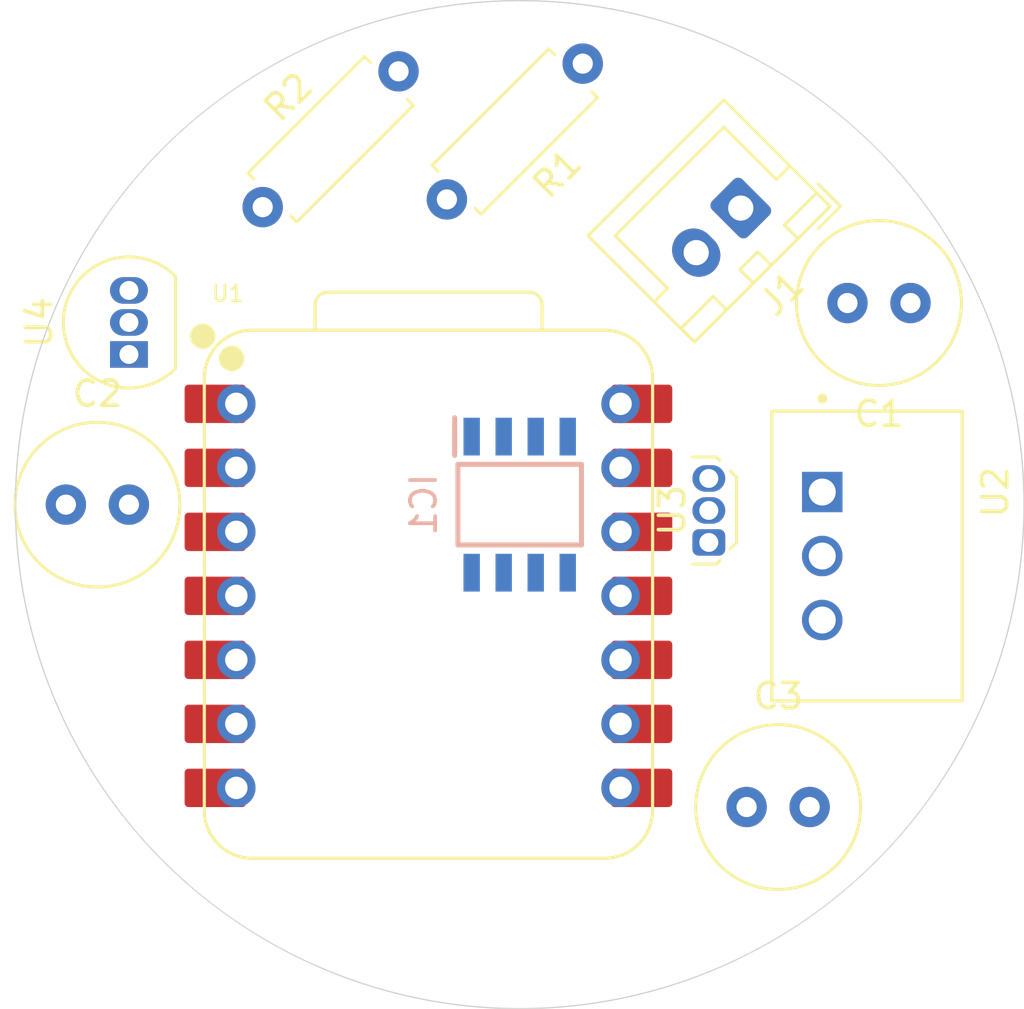
<source format=kicad_pcb>
(kicad_pcb (version 20241229) (generator "pcbnew") (generator_version "9.0")
  (layers (0 "F.Cu" signal) (2 "B.Cu" signal) (13 "F.Paste" user) (15 "B.Paste" user) (5 "F.SilkS" user "F.Silkscreen") (7 "B.SilkS" user "B.Silkscreen") (1 "F.Mask" user) (3 "B.Mask" user) (25 "Edge.Cuts" user))
  (net 0 "")
  (net 1 "+3.3V")
  (net 3 "GND")
  (net 14 "Net-(IC1-SDA)")
  (net 15 "Net-(IC1-SCL)")
  (net 18 "Net-(U1-GPIO20{slash}D9{slash}MISO)")
  (net 22 "Net-(U1-GPIO17{slash}D7{slash}RX)")
  (net 25 "VCC")
  (footprint "Custom:SS411P" (layer "F.Cu") (at 139 58.5 90)
    (property "Reference" "U3" (at 1.27 -1.45 90) (layer "F.SilkS"))
    (property "Value" "SS411P")
    (fp_line (start 3.39 -0.65) (end 3.39 0.3) (stroke (width 0.12)) (layer "F.SilkS"))
    (fp_line (start -0.86 0.3) (end -0.86 -0.65) (stroke (width 0.12)) (layer "F.SilkS"))
    (fp_line (start 3.24 0.45) (end 3.39 0.3) (stroke (width 0.12)) (layer "F.SilkS"))
    (fp_line (start -0.71 0.45) (end -0.86 0.3) (stroke (width 0.12)) (layer "F.SilkS"))
    (fp_line (start 2.59 1.1) (end 2.84 0.85) (stroke (width 0.12)) (layer "F.SilkS"))
    (fp_line (start -0.01 1.1) (end -0.26 0.85) (stroke (width 0.12)) (layer "F.SilkS"))
    (fp_line (start -0.01 1.1) (end 2.59 1.1) (stroke (width 0.12)) (layer "F.SilkS"))
    (pad "1" thru_hole roundrect (at 0 0 90) (size 1.05 1.3) (drill 0.75) (layers "*.Cu" "*.Mask") (roundrect_rratio 0.238) (net 1 "+3.3V"))
    (pad "2" thru_hole oval (at 1.27 0 90) (size 1.05 1.3) (drill 0.75) (layers "*.Cu" "*.Mask") (net 3 "GND"))
    (pad "3" thru_hole oval (at 2.54 0 90) (size 1.05 1.3) (drill 0.75) (layers "*.Cu" "*.Mask") (net 18 "Net-(U1-GPIO20{slash}D9{slash}MISO)"))
  )
  (footprint "Package_TO_SOT_THT:TO-92_Inline" (layer "F.Cu") (at 116 51.04 90)
    (property "Reference" "U4" (at 1.27 -3.56 90) (layer "F.SilkS"))
    (property "Value" "DS18B20")
    (fp_line (start -0.53 1.85) (end 3.07 1.85) (stroke (width 0.12)) (layer "F.SilkS"))
    (fp_arc (start 1.27 -2.6) (mid 3.672087 -0.994977) (end 3.108478 1.838478) (stroke (width 0.12)) (layer "F.SilkS"))
    (fp_arc (start -0.568478 1.838478) (mid -1.132087 -0.994977) (end 1.27 -2.6) (stroke (width 0.12)) (layer "F.SilkS"))
    (pad "1" thru_hole rect (at 0 0 90) (size 1.05 1.5) (drill 0.75) (layers "*.Cu" "*.Mask") (net 3 "GND"))
    (pad "2" thru_hole oval (at 1.27 0 90) (size 1.05 1.5) (drill 0.75) (layers "*.Cu" "*.Mask") (net 22 "Net-(U1-GPIO17{slash}D7{slash}RX)"))
    (pad "3" thru_hole oval (at 2.54 0 90) (size 1.05 1.5) (drill 0.75) (layers "*.Cu" "*.Mask") (net 1 "+3.3V"))
  )
  (footprint "Capacitor_THT:C_Radial_D6.3mm_H11.0mm_P2.50mm" (layer "F.Cu") (at 140.5 69)
    (property "Reference" "C3" (at 1.25 -4.4 0) (layer "F.SilkS"))
    (property "Value" "100nF")
    (fp_circle (center 1.25 0) (end 4.52 0) (stroke (width 0.12)) (fill no) (layer "F.SilkS"))
    (pad "1" thru_hole circle (at 0 0) (size 1.6 1.6) (drill 0.8) (layers "*.Cu" "*.Mask") (net 1 "+3.3V"))
    (pad "2" thru_hole circle (at 2.5 0) (size 1.6 1.6) (drill 0.8) (layers "*.Cu" "*.Mask") (net 3 "GND"))
  )
  (footprint "Resistor_THT:R_Axial_DIN0207_L6.3mm_D2.5mm_P7.62mm_Horizontal" (layer "F.Cu") (at 134 39.5 -135)
    (property "Reference" "R1" (at 3.81 -2.37 45) (layer "F.SilkS"))
    (property "Value" "5k")
    (fp_line (start 7.08 1.37) (end 7.08 1.04) (stroke (width 0.12)) (layer "F.SilkS"))
    (fp_line (start 7.08 -1.37) (end 7.08 -1.04) (stroke (width 0.12)) (layer "F.SilkS"))
    (fp_line (start 0.54 1.37) (end 7.08 1.37) (stroke (width 0.12)) (layer "F.SilkS"))
    (fp_line (start 0.54 1.04) (end 0.54 1.37) (stroke (width 0.12)) (layer "F.SilkS"))
    (fp_line (start 0.54 -1.04) (end 0.54 -1.37) (stroke (width 0.12)) (layer "F.SilkS"))
    (fp_line (start 0.54 -1.37) (end 7.08 -1.37) (stroke (width 0.12)) (layer "F.SilkS"))
    (pad "1" thru_hole circle (at 0 0 225) (size 1.6 1.6) (drill 0.8) (layers "*.Cu" "*.Mask") (net 14 "Net-(IC1-SDA)"))
    (pad "2" thru_hole circle (at 7.62 0 225) (size 1.6 1.6) (drill 0.8) (layers "*.Cu" "*.Mask") (net 1 "+3.3V"))
  )
  (footprint "Seeed Studio XIAO Series Library:XIAO-ESP32C6-DIP" (layer "F.Cu") (at 127.925 60.62)
    (property "Reference" "U1" (at -8 -12 0) (layer "F.SilkS") (effects (font (size 0.635 0.635) (thickness 0.1016))))
    (property "Value" "XIAO-ESP32-C6")
    (fp_line (start -8.935 8.509) (end -8.935 -8.636) (stroke (width 0.127)) (layer "F.SilkS"))
    (fp_line (start -7.03 10.414) (end 6.94 10.414) (stroke (width 0.127)) (layer "F.SilkS"))
    (fp_line (start -4.54 -10.541) (end -4.536272 -11.551272) (stroke (width 0.127)) (layer "F.SilkS"))
    (fp_line (start -4.036272 -12.051) (end 3.959 -12.051) (stroke (width 0.127)) (layer "F.SilkS"))
    (fp_line (start 4.459 -11.551) (end 4.459 -10.541) (stroke (width 0.127)) (layer "F.SilkS"))
    (fp_line (start 6.94 -10.541) (end -7.03 -10.541) (stroke (width 0.1)) (layer "F.SilkS"))
    (fp_line (start 6.94 -10.541) (end -7.03 -10.541) (stroke (width 0.127)) (layer "F.SilkS"))
    (fp_line (start 8.845 8.509) (end 8.845 -8.636) (stroke (width 0.127)) (layer "F.SilkS"))
    (fp_arc (start -8.935 -8.636) (mid -8.377038 -9.983038) (end -7.03 -10.541) (stroke (width 0.127)) (layer "F.SilkS"))
    (fp_arc (start -7.03 10.414) (mid -8.377038 9.856038) (end -8.935 8.509) (stroke (width 0.127)) (layer "F.SilkS"))
    (fp_arc (start -4.536272 -11.551272) (mid -4.389728 -11.90464) (end -4.036272 -12.051) (stroke (width 0.127)) (layer "F.SilkS"))
    (fp_arc (start 3.959 -12.051) (mid 4.312553 -11.904553) (end 4.459 -11.551) (stroke (width 0.127)) (layer "F.SilkS"))
    (fp_arc (start 6.94 -10.541) (mid 8.287038 -9.983038) (end 8.845 -8.636) (stroke (width 0.127)) (layer "F.SilkS"))
    (fp_arc (start 8.845 8.509) (mid 8.287038 9.856038) (end 6.94 10.414) (stroke (width 0.127)) (layer "F.SilkS"))
    (fp_circle (center -8.995 -10.3) (end -8.995 -10.554) (stroke (width 0.5)) (fill yes) (layer "F.SilkS"))
    (fp_circle (center -7.852 -9.42) (end -7.852 -9.674) (stroke (width 0.5)) (fill yes) (layer "F.SilkS"))
    (pad "1" smd roundrect (at -8.5 -7.62 180) (size 2.432 1.524) (layers "F.Cu" "F.Mask") (roundrect_rratio 0.1))
    (pad "1" thru_hole circle (at -7.665 -7.62 180) (size 1.524 1.524) (drill 0.889) (layers "*.Cu" "*.Mask"))
    (pad "2" smd roundrect (at -8.5 -5.08 180) (size 2.432 1.524) (layers "F.Cu" "F.Mask") (roundrect_rratio 0.1))
    (pad "2" thru_hole circle (at -7.665 -5.08 180) (size 1.524 1.524) (drill 0.889) (layers "*.Cu" "*.Mask"))
    (pad "3" smd roundrect (at -8.5 -2.54 180) (size 2.432 1.524) (layers "F.Cu" "F.Mask") (roundrect_rratio 0.1))
    (pad "3" thru_hole circle (at -7.665 -2.54 180) (size 1.524 1.524) (drill 0.889) (layers "*.Cu" "*.Mask"))
    (pad "4" smd roundrect (at -8.5 0 180) (size 2.432 1.524) (layers "F.Cu" "F.Mask") (roundrect_rratio 0.1))
    (pad "4" thru_hole circle (at -7.665 0 180) (size 1.524 1.524) (drill 0.889) (layers "*.Cu" "*.Mask"))
    (pad "5" smd roundrect (at -8.5 2.54 180) (size 2.432 1.524) (layers "F.Cu" "F.Mask") (roundrect_rratio 0.1) (net 14 "Net-(IC1-SDA)"))
    (pad "5" thru_hole circle (at -7.665 2.54 180) (size 1.524 1.524) (drill 0.889) (layers "*.Cu" "*.Mask") (net 14 "Net-(IC1-SDA)"))
    (pad "6" smd roundrect (at -8.5 5.08 180) (size 2.432 1.524) (layers "F.Cu" "F.Mask") (roundrect_rratio 0.1) (net 15 "Net-(IC1-SCL)"))
    (pad "6" thru_hole circle (at -7.665 5.08 180) (size 1.524 1.524) (drill 0.889) (layers "*.Cu" "*.Mask") (net 15 "Net-(IC1-SCL)"))
    (pad "7" smd roundrect (at -8.5 7.62 180) (size 2.432 1.524) (layers "F.Cu" "F.Mask") (roundrect_rratio 0.1))
    (pad "7" thru_hole circle (at -7.665 7.62 180) (size 1.524 1.524) (drill 0.889) (layers "*.Cu" "*.Mask"))
    (pad "8" thru_hole circle (at 7.575 7.62) (size 1.524 1.524) (drill 0.889) (layers "*.Cu" "*.Mask") (net 22 "Net-(U1-GPIO17{slash}D7{slash}RX)"))
    (pad "8" smd roundrect (at 8.41 7.62) (size 2.432 1.524) (layers "F.Cu" "F.Mask") (roundrect_rratio 0.1) (net 22 "Net-(U1-GPIO17{slash}D7{slash}RX)"))
    (pad "9" thru_hole circle (at 7.575 5.08) (size 1.524 1.524) (drill 0.889) (layers "*.Cu" "*.Mask"))
    (pad "9" smd roundrect (at 8.41 5.08) (size 2.432 1.524) (layers "F.Cu" "F.Mask") (roundrect_rratio 0.1))
    (pad "10" thru_hole circle (at 7.575 2.54) (size 1.524 1.524) (drill 0.889) (layers "*.Cu" "*.Mask") (net 18 "Net-(U1-GPIO20{slash}D9{slash}MISO)"))
    (pad "10" smd roundrect (at 8.41 2.54) (size 2.432 1.524) (layers "F.Cu" "F.Mask") (roundrect_rratio 0.1) (net 18 "Net-(U1-GPIO20{slash}D9{slash}MISO)"))
    (pad "11" thru_hole circle (at 7.575 0) (size 1.524 1.524) (drill 0.889) (layers "*.Cu" "*.Mask"))
    (pad "11" smd roundrect (at 8.41 0) (size 2.432 1.524) (layers "F.Cu" "F.Mask") (roundrect_rratio 0.1))
    (pad "12" thru_hole circle (at 7.575 -2.54) (size 1.524 1.524) (drill 0.889) (layers "*.Cu" "*.Mask") (net 1 "+3.3V"))
    (pad "12" smd roundrect (at 8.41 -2.54) (size 2.432 1.524) (layers "F.Cu" "F.Mask") (roundrect_rratio 0.1) (net 1 "+3.3V"))
    (pad "13" thru_hole circle (at 7.575 -5.08) (size 1.524 1.524) (drill 0.889) (layers "*.Cu" "*.Mask") (net 3 "GND"))
    (pad "13" smd roundrect (at 8.41 -5.08) (size 2.432 1.524) (layers "F.Cu" "F.Mask") (roundrect_rratio 0.1) (net 3 "GND"))
    (pad "14" thru_hole circle (at 7.575 -7.62) (size 1.524 1.524) (drill 0.889) (layers "*.Cu" "*.Mask"))
    (pad "14" smd roundrect (at 8.41 -7.62) (size 2.432 1.524) (layers "F.Cu" "F.Mask") (roundrect_rratio 0.1))
  )
  (footprint "Capacitor_THT:C_Radial_D6.3mm_H11.0mm_P2.50mm" (layer "F.Cu") (at 113.5 57)
    (property "Reference" "C2" (at 1.25 -4.4 0) (layer "F.SilkS"))
    (property "Value" "20uF/10V")
    (fp_circle (center 1.25 0) (end 4.52 0) (stroke (width 0.12)) (fill no) (layer "F.SilkS"))
    (pad "1" thru_hole circle (at 0 0) (size 1.6 1.6) (drill 0.8) (layers "*.Cu" "*.Mask") (net 1 "+3.3V"))
    (pad "2" thru_hole circle (at 2.5 0) (size 1.6 1.6) (drill 0.8) (layers "*.Cu" "*.Mask") (net 3 "GND"))
  )
  (footprint "Capacitor_THT:C_Radial_D6.3mm_H11.0mm_P2.50mm" (layer "F.Cu") (at 147 49 180)
    (property "Reference" "C1" (at 1.25 -4.4 0) (layer "F.SilkS"))
    (property "Value" "10uF/50V")
    (fp_circle (center 1.25 0) (end 4.52 0) (stroke (width 0.12)) (fill no) (layer "F.SilkS"))
    (pad "1" thru_hole circle (at 0 0 180) (size 1.6 1.6) (drill 0.8) (layers "*.Cu" "*.Mask") (net 25 "VCC"))
    (pad "2" thru_hole circle (at 2.5 0 180) (size 1.6 1.6) (drill 0.8) (layers "*.Cu" "*.Mask") (net 3 "GND"))
  )
  (footprint "Custom:CONV_R-78K3.3-0.5" (layer "F.Cu") (at 145.275 59.04 -90)
    (property "Reference" "U2" (at -2.54 -5.08 90) (layer "F.SilkS"))
    (property "Value" "StpDwnE3.3-0.5")
    (fp_line (start -5.75 3.775) (end -5.75 -3.775) (stroke (width 0.127)) (layer "F.SilkS"))
    (fp_line (start 5.75 3.775) (end -5.75 3.775) (stroke (width 0.127)) (layer "F.SilkS"))
    (fp_line (start -5.75 -3.775) (end 5.75 -3.775) (stroke (width 0.127)) (layer "F.SilkS"))
    (fp_line (start 5.75 -3.775) (end 5.75 3.775) (stroke (width 0.127)) (layer "F.SilkS"))
    (fp_circle (center -6.25 1.775) (end -6.15 1.775) (stroke (width 0.2)) (fill no) (layer "F.SilkS"))
    (pad "1" thru_hole rect (at -2.54 1.775 270) (size 1.605 1.605) (drill 1.07) (layers "*.Cu" "*.Mask") (net 25 "VCC"))
    (pad "2" thru_hole circle (at 0 1.775001 270) (size 1.605 1.605) (drill 1.07) (layers "*.Cu" "*.Mask") (net 3 "GND"))
    (pad "3" thru_hole circle (at 2.54 1.775 270) (size 1.605 1.605) (drill 1.07) (layers "*.Cu" "*.Mask") (net 1 "+3.3V"))
  )
  (footprint "Connector_JST:JST_XH_B2B-XH-A_1x02_P2.50mm_Vertical" (layer "F.Cu") (at 140.267767 45.232233 -135)
    (property "Reference" "J1" (at 1.25 -3.550001 45) (layer "F.SilkS"))
    (property "Value" "Conn_01x02_Pin")
    (fp_line (start 5.06 3.51) (end 5.06 -2.46) (stroke (width 0.12)) (layer "F.SilkS"))
    (fp_line (start 4.3 2.75) (end 1.25 2.75) (stroke (width 0.12)) (layer "F.SilkS"))
    (fp_line (start 5.05 -0.2) (end 4.3 -0.2) (stroke (width 0.12)) (layer "F.SilkS"))
    (fp_line (start 4.3 -0.2) (end 4.3 2.75) (stroke (width 0.12)) (layer "F.SilkS"))
    (fp_line (start 5.05 -1.7) (end 5.05 -2.45) (stroke (width 0.12)) (layer "F.SilkS"))
    (fp_line (start 5.05 -2.45) (end 3.25 -2.450001) (stroke (width 0.12)) (layer "F.SilkS"))
    (fp_line (start 5.06 -2.46) (end -2.56 -2.46) (stroke (width 0.12)) (layer "F.SilkS"))
    (fp_line (start 3.250001 -1.7) (end 5.05 -1.7) (stroke (width 0.12)) (layer "F.SilkS"))
    (fp_line (start -2.56 3.51) (end 5.06 3.51) (stroke (width 0.12)) (layer "F.SilkS"))
    (fp_line (start -1.8 2.75) (end 1.25 2.75) (stroke (width 0.12)) (layer "F.SilkS"))
    (fp_line (start 3.25 -2.450001) (end 3.250001 -1.7) (stroke (width 0.12)) (layer "F.SilkS"))
    (fp_line (start 1.749999 -1.7) (end 1.749999 -2.45) (stroke (width 0.12)) (layer "F.SilkS"))
    (fp_line (start 1.749999 -2.45) (end 0.75 -2.450001) (stroke (width 0.12)) (layer "F.SilkS"))
    (fp_line (start 0.750001 -1.7) (end 1.749999 -1.7) (stroke (width 0.12)) (layer "F.SilkS"))
    (fp_line (start 0.75 -2.450001) (end 0.750001 -1.7) (stroke (width 0.12)) (layer "F.SilkS"))
    (fp_line (start -1.8 -0.2) (end -1.8 2.75) (stroke (width 0.12)) (layer "F.SilkS"))
    (fp_line (start -0.750001 -1.7) (end -0.75 -2.450001) (stroke (width 0.12)) (layer "F.SilkS"))
    (fp_line (start -2.55 -0.2) (end -1.8 -0.2) (stroke (width 0.12)) (layer "F.SilkS"))
    (fp_line (start -0.75 -2.450001) (end -2.55 -2.45) (stroke (width 0.12)) (layer "F.SilkS"))
    (fp_line (start -2.55 -1.7) (end -0.750001 -1.7) (stroke (width 0.12)) (layer "F.SilkS"))
    (fp_line (start -1.6 -2.75) (end -2.85 -2.75) (stroke (width 0.12)) (layer "F.SilkS"))
    (fp_line (start -2.55 -2.45) (end -2.55 -1.7) (stroke (width 0.12)) (layer "F.SilkS"))
    (fp_line (start -2.56 -2.46) (end -2.56 3.51) (stroke (width 0.12)) (layer "F.SilkS"))
    (fp_line (start -2.85 -2.75) (end -2.85 -1.5) (stroke (width 0.12)) (layer "F.SilkS"))
    (pad "1" thru_hole roundrect (at 0 0 225) (size 1.7 2) (drill 1) (layers "*.Cu" "*.Mask") (roundrect_rratio 0.147059) (net 25 "VCC"))
    (pad "2" thru_hole oval (at 2.5 0 225) (size 1.7 2) (drill 1) (layers "*.Cu" "*.Mask") (net 3 "GND"))
  )
  (footprint "Resistor_THT:R_Axial_DIN0207_L6.3mm_D2.5mm_P7.62mm_Horizontal" (layer "F.Cu") (at 121.305923 45.194077 45)
    (property "Reference" "R2" (at 3.81 -2.37 45) (layer "F.SilkS"))
    (property "Value" "5k")
    (fp_line (start 0.54 -1.37) (end 7.08 -1.37) (stroke (width 0.12)) (layer "F.SilkS"))
    (fp_line (start 0.54 -1.04) (end 0.54 -1.37) (stroke (width 0.12)) (layer "F.SilkS"))
    (fp_line (start 0.54 1.04) (end 0.54 1.37) (stroke (width 0.12)) (layer "F.SilkS"))
    (fp_line (start 0.54 1.37) (end 7.08 1.37) (stroke (width 0.12)) (layer "F.SilkS"))
    (fp_line (start 7.08 -1.37) (end 7.08 -1.04) (stroke (width 0.12)) (layer "F.SilkS"))
    (fp_line (start 7.08 1.37) (end 7.08 1.04) (stroke (width 0.12)) (layer "F.SilkS"))
    (pad "1" thru_hole circle (at 0 0 45) (size 1.6 1.6) (drill 0.8) (layers "*.Cu" "*.Mask") (net 15 "Net-(IC1-SCL)"))
    (pad "2" thru_hole circle (at 7.62 0 45) (size 1.6 1.6) (drill 0.8) (layers "*.Cu" "*.Mask") (net 1 "+3.3V"))
  )
  (footprint "AS5600-ASOT:SOIC127P600X175-8N" (layer "B.Cu") (at 131.5 57 -90)
    (property "Reference" "IC1" (at 0 3.81 90) (layer "B.SilkS") (effects (justify mirror)))
    (property "Value" "AS5600-ASOT")
    (fp_line (start -3.45 2.58) (end -1.95 2.58) (stroke (width 0.2)) (layer "B.SilkS"))
    (fp_line (start -1.6 2.45) (end 1.6 2.45) (stroke (width 0.2)) (layer "B.SilkS"))
    (fp_line (start 1.6 2.45) (end 1.6 -2.45) (stroke (width 0.2)) (layer "B.SilkS"))
    (fp_line (start -1.6 -2.45) (end -1.6 2.45) (stroke (width 0.2)) (layer "B.SilkS"))
    (fp_line (start 1.6 -2.45) (end -1.6 -2.45) (stroke (width 0.2)) (layer "B.SilkS"))
    (pad "1" smd rect (at -2.7 1.905 270) (size 1.5 0.65) (layers "B.Cu" "B.Mask" "B.Paste") (net 1 "+3.3V"))
    (pad "2" smd rect (at -2.7 0.635 270) (size 1.5 0.65) (layers "B.Cu" "B.Mask" "B.Paste") (net 1 "+3.3V"))
    (pad "3" smd rect (at -2.7 -0.635 270) (size 1.5 0.65) (layers "B.Cu" "B.Mask" "B.Paste"))
    (pad "4" smd rect (at -2.7 -1.905 270) (size 1.5 0.65) (layers "B.Cu" "B.Mask" "B.Paste") (net 3 "GND"))
    (pad "5" smd rect (at 2.7 -1.905 270) (size 1.5 0.65) (layers "B.Cu" "B.Mask" "B.Paste"))
    (pad "6" smd rect (at 2.7 -0.635 270) (size 1.5 0.65) (layers "B.Cu" "B.Mask" "B.Paste") (net 14 "Net-(IC1-SDA)"))
    (pad "7" smd rect (at 2.7 0.635 270) (size 1.5 0.65) (layers "B.Cu" "B.Mask" "B.Paste") (net 15 "Net-(IC1-SCL)"))
    (pad "8" smd rect (at 2.7 1.905 270) (size 1.5 0.65) (layers "B.Cu" "B.Mask" "B.Paste") (net 3 "GND"))
  )
  (gr_circle (center 131.5 57) (end 151.5 57) (stroke (width 0.05)) (fill no) (layer "Edge.Cuts"))
)
</source>
